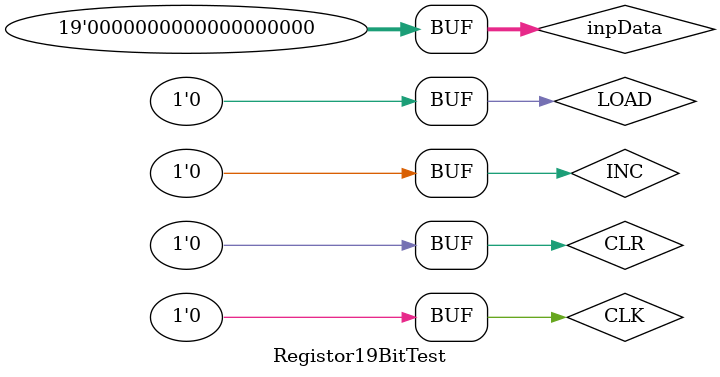
<source format=v>
`timescale 1ns / 1ps


module Registor19BitTest;

	// Inputs
	reg [18:0] inpData;
	reg LOAD;
	reg INC;
	reg CLR;
	reg CLK;

	// Outputs
	wire [18:0] opData;

	// Instantiate the Unit Under Test (UUT)
	Register_19Bit uut (
		.inpData(inpData), 
		.LOAD(LOAD), 
		.INC(INC), 
		.CLR(CLR), 
		.CLK(CLK), 
		.opData(opData)
	);

	initial begin
		// Initialize Inputs
		inpData = 0;
		LOAD = 0;
		INC = 0;
		CLR = 0;
		CLK = 0;

		// Wait 100 ns for global reset to finish
		#10;
		
			
		// Add stimulus here

	end

      
endmodule


</source>
